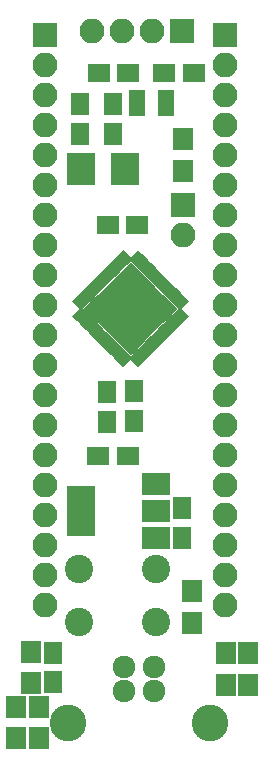
<source format=gbr>
G04 #@! TF.FileFunction,Soldermask,Top*
%FSLAX46Y46*%
G04 Gerber Fmt 4.6, Leading zero omitted, Abs format (unit mm)*
G04 Created by KiCad (PCBNEW 4.0.7) date 03/25/21 13:56:31*
%MOMM*%
%LPD*%
G01*
G04 APERTURE LIST*
%ADD10C,0.100000*%
%ADD11R,1.900000X1.650000*%
%ADD12R,1.650000X1.900000*%
%ADD13C,2.400000*%
%ADD14R,1.700000X1.900000*%
%ADD15R,2.400000X4.200000*%
%ADD16R,2.400000X1.900000*%
%ADD17R,2.100000X2.100000*%
%ADD18O,2.100000X2.100000*%
%ADD19C,1.920000*%
%ADD20C,3.100000*%
%ADD21R,1.400000X2.200000*%
%ADD22R,2.400000X2.800000*%
G04 APERTURE END LIST*
D10*
D11*
X71188000Y-37386000D03*
X73688000Y-37386000D03*
D10*
G36*
X67289663Y-52828194D02*
X67749282Y-52368575D01*
X68527099Y-53146392D01*
X68067480Y-53606011D01*
X67289663Y-52828194D01*
X67289663Y-52828194D01*
G37*
G36*
X66936109Y-53181748D02*
X67395728Y-52722129D01*
X68173545Y-53499946D01*
X67713926Y-53959565D01*
X66936109Y-53181748D01*
X66936109Y-53181748D01*
G37*
G36*
X66582556Y-53535301D02*
X67042175Y-53075682D01*
X67819992Y-53853499D01*
X67360373Y-54313118D01*
X66582556Y-53535301D01*
X66582556Y-53535301D01*
G37*
G36*
X66229002Y-53888854D02*
X66688621Y-53429235D01*
X67466438Y-54207052D01*
X67006819Y-54666671D01*
X66229002Y-53888854D01*
X66229002Y-53888854D01*
G37*
G36*
X65875449Y-54242408D02*
X66335068Y-53782789D01*
X67112885Y-54560606D01*
X66653266Y-55020225D01*
X65875449Y-54242408D01*
X65875449Y-54242408D01*
G37*
G36*
X65521896Y-54595961D02*
X65981515Y-54136342D01*
X66759332Y-54914159D01*
X66299713Y-55373778D01*
X65521896Y-54595961D01*
X65521896Y-54595961D01*
G37*
G36*
X65168342Y-54949515D02*
X65627961Y-54489896D01*
X66405778Y-55267713D01*
X65946159Y-55727332D01*
X65168342Y-54949515D01*
X65168342Y-54949515D01*
G37*
G36*
X64814789Y-55303068D02*
X65274408Y-54843449D01*
X66052225Y-55621266D01*
X65592606Y-56080885D01*
X64814789Y-55303068D01*
X64814789Y-55303068D01*
G37*
G36*
X64461235Y-55656621D02*
X64920854Y-55197002D01*
X65698671Y-55974819D01*
X65239052Y-56434438D01*
X64461235Y-55656621D01*
X64461235Y-55656621D01*
G37*
G36*
X64107682Y-56010175D02*
X64567301Y-55550556D01*
X65345118Y-56328373D01*
X64885499Y-56787992D01*
X64107682Y-56010175D01*
X64107682Y-56010175D01*
G37*
G36*
X63754129Y-56363728D02*
X64213748Y-55904109D01*
X64991565Y-56681926D01*
X64531946Y-57141545D01*
X63754129Y-56363728D01*
X63754129Y-56363728D01*
G37*
G36*
X63400575Y-56717282D02*
X63860194Y-56257663D01*
X64638011Y-57035480D01*
X64178392Y-57495099D01*
X63400575Y-56717282D01*
X63400575Y-56717282D01*
G37*
G36*
X63860194Y-58414337D02*
X63400575Y-57954718D01*
X64178392Y-57176901D01*
X64638011Y-57636520D01*
X63860194Y-58414337D01*
X63860194Y-58414337D01*
G37*
G36*
X64213748Y-58767891D02*
X63754129Y-58308272D01*
X64531946Y-57530455D01*
X64991565Y-57990074D01*
X64213748Y-58767891D01*
X64213748Y-58767891D01*
G37*
G36*
X64567301Y-59121444D02*
X64107682Y-58661825D01*
X64885499Y-57884008D01*
X65345118Y-58343627D01*
X64567301Y-59121444D01*
X64567301Y-59121444D01*
G37*
G36*
X64920854Y-59474998D02*
X64461235Y-59015379D01*
X65239052Y-58237562D01*
X65698671Y-58697181D01*
X64920854Y-59474998D01*
X64920854Y-59474998D01*
G37*
G36*
X65274408Y-59828551D02*
X64814789Y-59368932D01*
X65592606Y-58591115D01*
X66052225Y-59050734D01*
X65274408Y-59828551D01*
X65274408Y-59828551D01*
G37*
G36*
X65627961Y-60182104D02*
X65168342Y-59722485D01*
X65946159Y-58944668D01*
X66405778Y-59404287D01*
X65627961Y-60182104D01*
X65627961Y-60182104D01*
G37*
G36*
X65981515Y-60535658D02*
X65521896Y-60076039D01*
X66299713Y-59298222D01*
X66759332Y-59757841D01*
X65981515Y-60535658D01*
X65981515Y-60535658D01*
G37*
G36*
X66335068Y-60889211D02*
X65875449Y-60429592D01*
X66653266Y-59651775D01*
X67112885Y-60111394D01*
X66335068Y-60889211D01*
X66335068Y-60889211D01*
G37*
G36*
X66688621Y-61242765D02*
X66229002Y-60783146D01*
X67006819Y-60005329D01*
X67466438Y-60464948D01*
X66688621Y-61242765D01*
X66688621Y-61242765D01*
G37*
G36*
X67042175Y-61596318D02*
X66582556Y-61136699D01*
X67360373Y-60358882D01*
X67819992Y-60818501D01*
X67042175Y-61596318D01*
X67042175Y-61596318D01*
G37*
G36*
X67395728Y-61949871D02*
X66936109Y-61490252D01*
X67713926Y-60712435D01*
X68173545Y-61172054D01*
X67395728Y-61949871D01*
X67395728Y-61949871D01*
G37*
G36*
X67749282Y-62303425D02*
X67289663Y-61843806D01*
X68067480Y-61065989D01*
X68527099Y-61525608D01*
X67749282Y-62303425D01*
X67749282Y-62303425D01*
G37*
G36*
X68208901Y-61525608D02*
X68668520Y-61065989D01*
X69446337Y-61843806D01*
X68986718Y-62303425D01*
X68208901Y-61525608D01*
X68208901Y-61525608D01*
G37*
G36*
X68562455Y-61172054D02*
X69022074Y-60712435D01*
X69799891Y-61490252D01*
X69340272Y-61949871D01*
X68562455Y-61172054D01*
X68562455Y-61172054D01*
G37*
G36*
X68916008Y-60818501D02*
X69375627Y-60358882D01*
X70153444Y-61136699D01*
X69693825Y-61596318D01*
X68916008Y-60818501D01*
X68916008Y-60818501D01*
G37*
G36*
X69269562Y-60464948D02*
X69729181Y-60005329D01*
X70506998Y-60783146D01*
X70047379Y-61242765D01*
X69269562Y-60464948D01*
X69269562Y-60464948D01*
G37*
G36*
X69623115Y-60111394D02*
X70082734Y-59651775D01*
X70860551Y-60429592D01*
X70400932Y-60889211D01*
X69623115Y-60111394D01*
X69623115Y-60111394D01*
G37*
G36*
X69976668Y-59757841D02*
X70436287Y-59298222D01*
X71214104Y-60076039D01*
X70754485Y-60535658D01*
X69976668Y-59757841D01*
X69976668Y-59757841D01*
G37*
G36*
X70330222Y-59404287D02*
X70789841Y-58944668D01*
X71567658Y-59722485D01*
X71108039Y-60182104D01*
X70330222Y-59404287D01*
X70330222Y-59404287D01*
G37*
G36*
X70683775Y-59050734D02*
X71143394Y-58591115D01*
X71921211Y-59368932D01*
X71461592Y-59828551D01*
X70683775Y-59050734D01*
X70683775Y-59050734D01*
G37*
G36*
X71037329Y-58697181D02*
X71496948Y-58237562D01*
X72274765Y-59015379D01*
X71815146Y-59474998D01*
X71037329Y-58697181D01*
X71037329Y-58697181D01*
G37*
G36*
X71390882Y-58343627D02*
X71850501Y-57884008D01*
X72628318Y-58661825D01*
X72168699Y-59121444D01*
X71390882Y-58343627D01*
X71390882Y-58343627D01*
G37*
G36*
X71744435Y-57990074D02*
X72204054Y-57530455D01*
X72981871Y-58308272D01*
X72522252Y-58767891D01*
X71744435Y-57990074D01*
X71744435Y-57990074D01*
G37*
G36*
X72097989Y-57636520D02*
X72557608Y-57176901D01*
X73335425Y-57954718D01*
X72875806Y-58414337D01*
X72097989Y-57636520D01*
X72097989Y-57636520D01*
G37*
G36*
X72557608Y-57495099D02*
X72097989Y-57035480D01*
X72875806Y-56257663D01*
X73335425Y-56717282D01*
X72557608Y-57495099D01*
X72557608Y-57495099D01*
G37*
G36*
X72204054Y-57141545D02*
X71744435Y-56681926D01*
X72522252Y-55904109D01*
X72981871Y-56363728D01*
X72204054Y-57141545D01*
X72204054Y-57141545D01*
G37*
G36*
X71850501Y-56787992D02*
X71390882Y-56328373D01*
X72168699Y-55550556D01*
X72628318Y-56010175D01*
X71850501Y-56787992D01*
X71850501Y-56787992D01*
G37*
G36*
X71496948Y-56434438D02*
X71037329Y-55974819D01*
X71815146Y-55197002D01*
X72274765Y-55656621D01*
X71496948Y-56434438D01*
X71496948Y-56434438D01*
G37*
G36*
X71143394Y-56080885D02*
X70683775Y-55621266D01*
X71461592Y-54843449D01*
X71921211Y-55303068D01*
X71143394Y-56080885D01*
X71143394Y-56080885D01*
G37*
G36*
X70789841Y-55727332D02*
X70330222Y-55267713D01*
X71108039Y-54489896D01*
X71567658Y-54949515D01*
X70789841Y-55727332D01*
X70789841Y-55727332D01*
G37*
G36*
X70436287Y-55373778D02*
X69976668Y-54914159D01*
X70754485Y-54136342D01*
X71214104Y-54595961D01*
X70436287Y-55373778D01*
X70436287Y-55373778D01*
G37*
G36*
X70082734Y-55020225D02*
X69623115Y-54560606D01*
X70400932Y-53782789D01*
X70860551Y-54242408D01*
X70082734Y-55020225D01*
X70082734Y-55020225D01*
G37*
G36*
X69729181Y-54666671D02*
X69269562Y-54207052D01*
X70047379Y-53429235D01*
X70506998Y-53888854D01*
X69729181Y-54666671D01*
X69729181Y-54666671D01*
G37*
G36*
X69375627Y-54313118D02*
X68916008Y-53853499D01*
X69693825Y-53075682D01*
X70153444Y-53535301D01*
X69375627Y-54313118D01*
X69375627Y-54313118D01*
G37*
G36*
X69022074Y-53959565D02*
X68562455Y-53499946D01*
X69340272Y-52722129D01*
X69799891Y-53181748D01*
X69022074Y-53959565D01*
X69022074Y-53959565D01*
G37*
G36*
X68668520Y-53606011D02*
X68208901Y-53146392D01*
X68986718Y-52368575D01*
X69446337Y-52828194D01*
X68668520Y-53606011D01*
X68668520Y-53606011D01*
G37*
G36*
X67174757Y-60067200D02*
X68368000Y-58873957D01*
X69561243Y-60067200D01*
X68368000Y-61260443D01*
X67174757Y-60067200D01*
X67174757Y-60067200D01*
G37*
G36*
X68085157Y-59156800D02*
X69278400Y-57963557D01*
X70471643Y-59156800D01*
X69278400Y-60350043D01*
X68085157Y-59156800D01*
X68085157Y-59156800D01*
G37*
G36*
X68995557Y-58246400D02*
X70188800Y-57053157D01*
X71382043Y-58246400D01*
X70188800Y-59439643D01*
X68995557Y-58246400D01*
X68995557Y-58246400D01*
G37*
G36*
X69905957Y-57336000D02*
X71099200Y-56142757D01*
X72292443Y-57336000D01*
X71099200Y-58529243D01*
X69905957Y-57336000D01*
X69905957Y-57336000D01*
G37*
G36*
X66264357Y-59156800D02*
X67457600Y-57963557D01*
X68650843Y-59156800D01*
X67457600Y-60350043D01*
X66264357Y-59156800D01*
X66264357Y-59156800D01*
G37*
G36*
X67174757Y-58246400D02*
X68368000Y-57053157D01*
X69561243Y-58246400D01*
X68368000Y-59439643D01*
X67174757Y-58246400D01*
X67174757Y-58246400D01*
G37*
G36*
X68085157Y-57336000D02*
X69278400Y-56142757D01*
X70471643Y-57336000D01*
X69278400Y-58529243D01*
X68085157Y-57336000D01*
X68085157Y-57336000D01*
G37*
G36*
X68995557Y-56425600D02*
X70188800Y-55232357D01*
X71382043Y-56425600D01*
X70188800Y-57618843D01*
X68995557Y-56425600D01*
X68995557Y-56425600D01*
G37*
G36*
X65353957Y-58246400D02*
X66547200Y-57053157D01*
X67740443Y-58246400D01*
X66547200Y-59439643D01*
X65353957Y-58246400D01*
X65353957Y-58246400D01*
G37*
G36*
X66264357Y-57336000D02*
X67457600Y-56142757D01*
X68650843Y-57336000D01*
X67457600Y-58529243D01*
X66264357Y-57336000D01*
X66264357Y-57336000D01*
G37*
G36*
X67174757Y-56425600D02*
X68368000Y-55232357D01*
X69561243Y-56425600D01*
X68368000Y-57618843D01*
X67174757Y-56425600D01*
X67174757Y-56425600D01*
G37*
G36*
X68085157Y-55515200D02*
X69278400Y-54321957D01*
X70471643Y-55515200D01*
X69278400Y-56708443D01*
X68085157Y-55515200D01*
X68085157Y-55515200D01*
G37*
G36*
X64443557Y-57336000D02*
X65636800Y-56142757D01*
X66830043Y-57336000D01*
X65636800Y-58529243D01*
X64443557Y-57336000D01*
X64443557Y-57336000D01*
G37*
G36*
X65353957Y-56425600D02*
X66547200Y-55232357D01*
X67740443Y-56425600D01*
X66547200Y-57618843D01*
X65353957Y-56425600D01*
X65353957Y-56425600D01*
G37*
G36*
X66264357Y-55515200D02*
X67457600Y-54321957D01*
X68650843Y-55515200D01*
X67457600Y-56708443D01*
X66264357Y-55515200D01*
X66264357Y-55515200D01*
G37*
G36*
X67174757Y-54604800D02*
X68368000Y-53411557D01*
X69561243Y-54604800D01*
X68368000Y-55798043D01*
X67174757Y-54604800D01*
X67174757Y-54604800D01*
G37*
D12*
X72688000Y-76756000D03*
X72688000Y-74256000D03*
D13*
X64028000Y-83866000D03*
X64028000Y-79366000D03*
X70528000Y-83866000D03*
X70528000Y-79366000D03*
D14*
X78308000Y-86516000D03*
X78308000Y-89216000D03*
D15*
X64188000Y-74496000D03*
D16*
X70488000Y-74496000D03*
X70488000Y-72196000D03*
X70488000Y-76796000D03*
D11*
X66438000Y-50276000D03*
X68938000Y-50276000D03*
D12*
X64118000Y-42526000D03*
X64118000Y-40026000D03*
D17*
X61110000Y-34158000D03*
D18*
X61110000Y-36698000D03*
X61110000Y-39238000D03*
X61110000Y-41778000D03*
X61110000Y-44318000D03*
X61110000Y-46858000D03*
X61110000Y-49398000D03*
X61110000Y-51938000D03*
X61110000Y-54478000D03*
X61110000Y-57018000D03*
X61110000Y-59558000D03*
X61110000Y-62098000D03*
X61110000Y-64638000D03*
X61110000Y-67178000D03*
X61110000Y-69718000D03*
X61110000Y-72258000D03*
X61110000Y-74798000D03*
X61110000Y-77338000D03*
X61110000Y-79878000D03*
X61110000Y-82418000D03*
D17*
X76350000Y-34158000D03*
D18*
X76350000Y-36698000D03*
X76350000Y-39238000D03*
X76350000Y-41778000D03*
X76350000Y-44318000D03*
X76350000Y-46858000D03*
X76350000Y-49398000D03*
X76350000Y-51938000D03*
X76350000Y-54478000D03*
X76350000Y-57018000D03*
X76350000Y-59558000D03*
X76350000Y-62098000D03*
X76350000Y-64638000D03*
X76350000Y-67178000D03*
X76350000Y-69718000D03*
X76350000Y-72258000D03*
X76350000Y-74798000D03*
X76350000Y-77338000D03*
X76350000Y-79878000D03*
X76350000Y-82418000D03*
D17*
X72694800Y-33807400D03*
D18*
X70154800Y-33807400D03*
X67614800Y-33807400D03*
X65074800Y-33807400D03*
D19*
X67828000Y-87706000D03*
X70368000Y-87706000D03*
X70368000Y-89706000D03*
X67828000Y-89706000D03*
D20*
X63098000Y-92406000D03*
X75098000Y-92406000D03*
D12*
X66838000Y-42516000D03*
X66838000Y-40016000D03*
D11*
X68148000Y-37386000D03*
X65648000Y-37386000D03*
D14*
X73578000Y-81256000D03*
X73578000Y-83956000D03*
X76398000Y-86476000D03*
X76398000Y-89176000D03*
X58688000Y-91036000D03*
X58688000Y-93736000D03*
D12*
X68658000Y-66846000D03*
X68658000Y-64346000D03*
X61808000Y-86486000D03*
X61808000Y-88986000D03*
D14*
X60568000Y-93736000D03*
X60568000Y-91036000D03*
X59938000Y-89076000D03*
X59938000Y-86376000D03*
D21*
X68878000Y-39946000D03*
X71378000Y-39946000D03*
D22*
X67898000Y-45496000D03*
X64198000Y-45496000D03*
D11*
X65608000Y-69816000D03*
X68108000Y-69816000D03*
D12*
X66398000Y-66916000D03*
X66398000Y-64416000D03*
D14*
X72828000Y-45716000D03*
X72828000Y-43016000D03*
D17*
X72788000Y-48556000D03*
D18*
X72788000Y-51096000D03*
M02*

</source>
